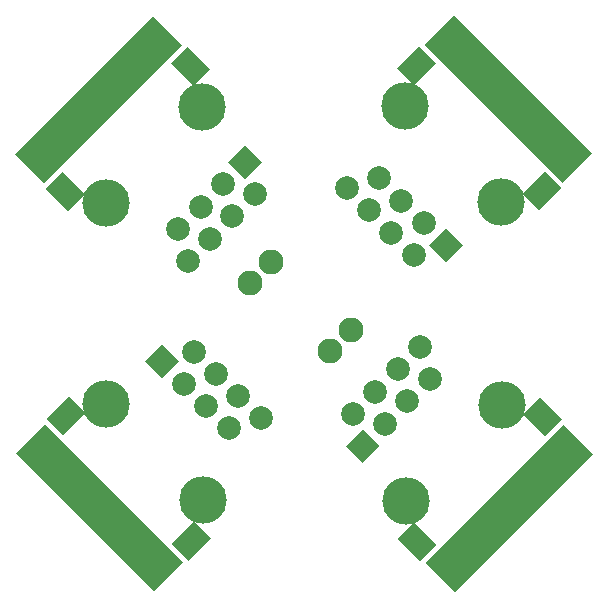
<source format=gts>
G04 #@! TF.FileFunction,Soldermask,Top*
%FSLAX46Y46*%
G04 Gerber Fmt 4.6, Leading zero omitted, Abs format (unit mm)*
G04 Created by KiCad (PCBNEW 4.0.6) date 07/08/18 16:23:34*
%MOMM*%
%LPD*%
G01*
G04 APERTURE LIST*
%ADD10C,0.100000*%
%ADD11C,4.008000*%
%ADD12C,2.008000*%
%ADD13C,2.108000*%
G04 APERTURE END LIST*
D10*
D11*
X38639468Y-30087740D03*
X30507740Y-38219468D03*
D10*
G36*
X42295210Y-33355988D02*
X43715080Y-34775858D01*
X42295210Y-36195728D01*
X40875340Y-34775858D01*
X42295210Y-33355988D01*
X42295210Y-33355988D01*
G37*
D12*
X37458600Y-43148002D03*
X36638356Y-40432712D03*
X43115454Y-37491148D03*
X39339504Y-41267098D03*
X41227479Y-39379123D03*
X38533402Y-38537666D03*
X40407235Y-36663833D03*
D10*
G36*
X37437386Y-24990914D02*
X39352231Y-26905759D01*
X37932360Y-28325630D01*
X36017515Y-26410785D01*
X37437386Y-24990914D01*
X37437386Y-24990914D01*
G37*
G36*
X26830785Y-35597515D02*
X28745630Y-37512360D01*
X27325759Y-38932231D01*
X25410914Y-37017386D01*
X26830785Y-35597515D01*
X26830785Y-35597515D01*
G37*
G36*
X34502893Y-22409974D02*
X36983424Y-24890505D01*
X25310505Y-36563424D01*
X22829974Y-34082893D01*
X34502893Y-22409974D01*
X34502893Y-22409974D01*
G37*
D11*
X30567740Y-55290532D03*
X38699468Y-63422260D03*
D10*
G36*
X33835988Y-51634790D02*
X35255858Y-50214920D01*
X36675728Y-51634790D01*
X35255858Y-53054660D01*
X33835988Y-51634790D01*
X33835988Y-51634790D01*
G37*
D12*
X43628002Y-56471400D03*
X40912712Y-57291644D03*
X37971148Y-50814546D03*
X41747098Y-54590496D03*
X39859123Y-52702521D03*
X39017666Y-55396598D03*
X37143833Y-53522765D03*
D10*
G36*
X25470914Y-56492614D02*
X27385759Y-54577769D01*
X28805630Y-55997640D01*
X26890785Y-57912485D01*
X25470914Y-56492614D01*
X25470914Y-56492614D01*
G37*
G36*
X36077515Y-67099215D02*
X37992360Y-65184370D01*
X39412231Y-66604241D01*
X37497386Y-68519086D01*
X36077515Y-67099215D01*
X36077515Y-67099215D01*
G37*
G36*
X22889974Y-59427107D02*
X25370505Y-56946576D01*
X37043424Y-68619495D01*
X34562893Y-71100026D01*
X22889974Y-59427107D01*
X22889974Y-59427107D01*
G37*
D11*
X63992260Y-38159468D03*
X55860532Y-30027740D03*
D10*
G36*
X60724012Y-41815210D02*
X59304142Y-43235080D01*
X57884272Y-41815210D01*
X59304142Y-40395340D01*
X60724012Y-41815210D01*
X60724012Y-41815210D01*
G37*
D12*
X50931998Y-36978600D03*
X53647288Y-36158356D03*
X56588852Y-42635454D03*
X52812902Y-38859504D03*
X54700877Y-40747479D03*
X55542334Y-38053402D03*
X57416167Y-39927235D03*
D10*
G36*
X69089086Y-36957386D02*
X67174241Y-38872231D01*
X65754370Y-37452360D01*
X67669215Y-35537515D01*
X69089086Y-36957386D01*
X69089086Y-36957386D01*
G37*
G36*
X58482485Y-26350785D02*
X56567640Y-28265630D01*
X55147769Y-26845759D01*
X57062614Y-24930914D01*
X58482485Y-26350785D01*
X58482485Y-26350785D01*
G37*
G36*
X71670026Y-34022893D02*
X69189495Y-36503424D01*
X57516576Y-24830505D01*
X59997107Y-22349974D01*
X71670026Y-34022893D01*
X71670026Y-34022893D01*
G37*
D13*
X42690000Y-45040000D03*
X44457767Y-43272233D03*
X49500000Y-50750000D03*
X51267767Y-48982233D03*
D11*
X55920532Y-63492260D03*
X64052260Y-55360532D03*
D10*
G36*
X52264790Y-60224012D02*
X50844920Y-58804142D01*
X52264790Y-57384272D01*
X53684660Y-58804142D01*
X52264790Y-60224012D01*
X52264790Y-60224012D01*
G37*
D12*
X57101400Y-50431998D03*
X57921644Y-53147288D03*
X51444546Y-56088852D03*
X55220496Y-52312902D03*
X53332521Y-54200877D03*
X56026598Y-55042334D03*
X54152765Y-56916167D03*
D10*
G36*
X57122614Y-68589086D02*
X55207769Y-66674241D01*
X56627640Y-65254370D01*
X58542485Y-67169215D01*
X57122614Y-68589086D01*
X57122614Y-68589086D01*
G37*
G36*
X67729215Y-57982485D02*
X65814370Y-56067640D01*
X67234241Y-54647769D01*
X69149086Y-56562614D01*
X67729215Y-57982485D01*
X67729215Y-57982485D01*
G37*
G36*
X60057107Y-71170026D02*
X57576576Y-68689495D01*
X69249495Y-57016576D01*
X71730026Y-59497107D01*
X60057107Y-71170026D01*
X60057107Y-71170026D01*
G37*
M02*

</source>
